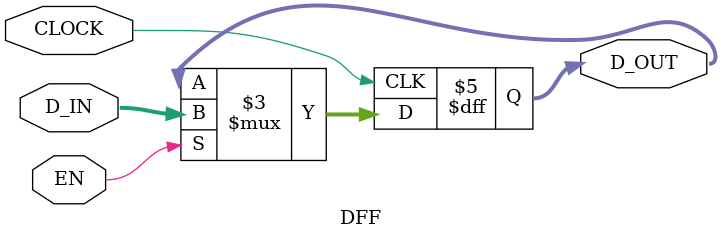
<source format=v>
`timescale 1ns / 1ps

//D-Flip-Flop
module DFF(
    input EN,
    input CLOCK,
    input [31:0] D_IN,
    output reg [31:0] D_OUT
    );
    
    initial D_OUT = 0;
    
    always @(posedge CLOCK) begin
        if(EN) D_OUT <= D_IN;
    end
    
endmodule

</source>
